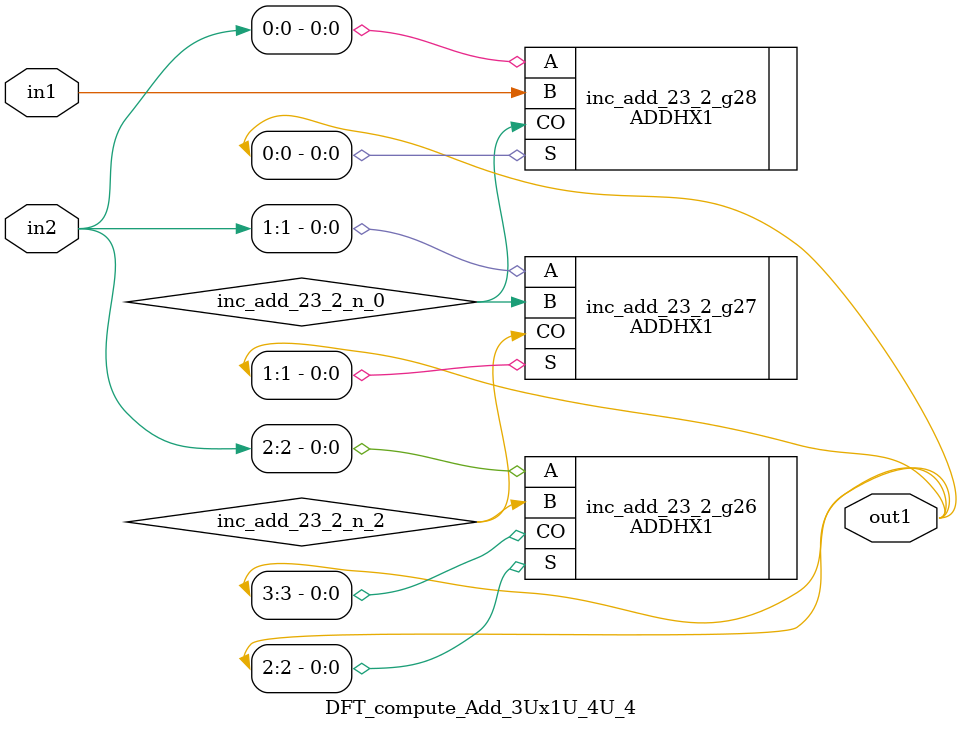
<source format=v>
`timescale 1ps / 1ps


module DFT_compute_Add_3Ux1U_4U_4(in2, in1, out1);
  input [2:0] in2;
  input in1;
  output [3:0] out1;
  wire [2:0] in2;
  wire in1;
  wire [3:0] out1;
  wire inc_add_23_2_n_0, inc_add_23_2_n_2;
  ADDHX1 inc_add_23_2_g26(.A (in2[2]), .B (inc_add_23_2_n_2), .CO
       (out1[3]), .S (out1[2]));
  ADDHX1 inc_add_23_2_g27(.A (in2[1]), .B (inc_add_23_2_n_0), .CO
       (inc_add_23_2_n_2), .S (out1[1]));
  ADDHX1 inc_add_23_2_g28(.A (in2[0]), .B (in1), .CO
       (inc_add_23_2_n_0), .S (out1[0]));
endmodule



</source>
